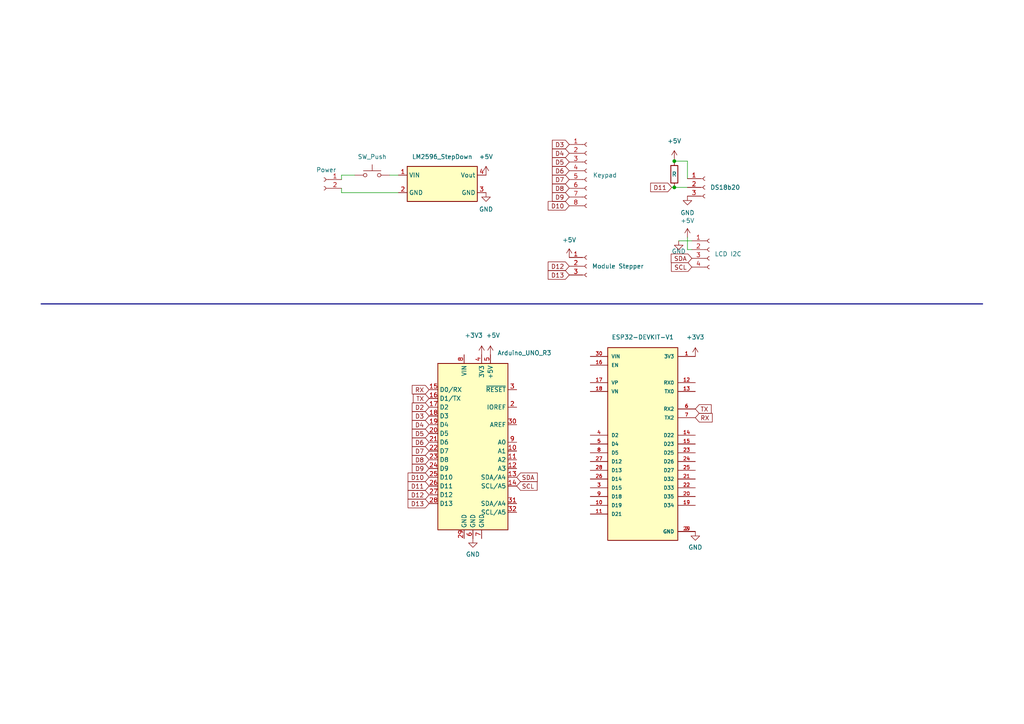
<source format=kicad_sch>
(kicad_sch (version 20211123) (generator eeschema)
  (paper "A4")
  (lib_symbols
    (symbol "Connector:Conn_01x02_Female" (pin_names (offset 1.016) hide)
      (property "Reference" "J" (at 0 2.54 0))
      (property "Value" "Conn_01x02_Female" (at 0 -5.08 0))
      (symbol "Conn_01x02_Female_1_1"
        (arc (start 0 -2.032) (mid -0.508 -2.54) (end 0 -3.048) (stroke (width 0.1524)))
        (polyline (pts (xy -1.27 -2.54) (xy -0.508 -2.54)) (stroke (width 0.1524)))
        (polyline (pts (xy -1.27 0) (xy -0.508 0)) (stroke (width 0.1524)))
        (arc (start 0 0.508) (mid -0.508 0) (end 0 -0.508) (stroke (width 0.1524)))
        (pin passive line (at -5.08 0 0) (length 3.81) (name "Pin_1") (number "1"))
        (pin passive line (at -5.08 -2.54 0) (length 3.81) (name "Pin_2") (number "2"))
      )
    )
    (symbol "Connector:Conn_01x03_Female" (pin_names (offset 1.016) hide)
      (property "Reference" "J" (at 0 5.08 0))
      (property "Value" "Conn_01x03_Female" (at 0 -5.08 0))
      (symbol "Conn_01x03_Female_1_1"
        (arc (start 0 -2.032) (mid -0.508 -2.54) (end 0 -3.048) (stroke (width 0.1524)))
        (polyline (pts (xy -1.27 -2.54) (xy -0.508 -2.54)) (stroke (width 0.1524)))
        (polyline (pts (xy -1.27 0) (xy -0.508 0)) (stroke (width 0.1524)))
        (polyline (pts (xy -1.27 2.54) (xy -0.508 2.54)) (stroke (width 0.1524)))
        (arc (start 0 0.508) (mid -0.508 0) (end 0 -0.508) (stroke (width 0.1524)))
        (arc (start 0 3.048) (mid -0.508 2.54) (end 0 2.032) (stroke (width 0.1524)))
        (pin passive line (at -5.08 2.54 0) (length 3.81) (name "Pin_1") (number "1"))
        (pin passive line (at -5.08 0 0) (length 3.81) (name "Pin_2") (number "2"))
        (pin passive line (at -5.08 -2.54 0) (length 3.81) (name "Pin_3") (number "3"))
      )
    )
    (symbol "Connector:Conn_01x04_Female" (pin_names (offset 1.016) hide)
      (property "Reference" "J" (at 0 5.08 0))
      (property "Value" "Conn_01x04_Female" (at 0 -7.62 0))
      (symbol "Conn_01x04_Female_1_1"
        (arc (start 0 -4.572) (mid -0.508 -5.08) (end 0 -5.588) (stroke (width 0.1524)))
        (arc (start 0 -2.032) (mid -0.508 -2.54) (end 0 -3.048) (stroke (width 0.1524)))
        (polyline (pts (xy -1.27 -5.08) (xy -0.508 -5.08)) (stroke (width 0.1524)))
        (polyline (pts (xy -1.27 -2.54) (xy -0.508 -2.54)) (stroke (width 0.1524)))
        (polyline (pts (xy -1.27 0) (xy -0.508 0)) (stroke (width 0.1524)))
        (polyline (pts (xy -1.27 2.54) (xy -0.508 2.54)) (stroke (width 0.1524)))
        (arc (start 0 0.508) (mid -0.508 0) (end 0 -0.508) (stroke (width 0.1524)))
        (arc (start 0 3.048) (mid -0.508 2.54) (end 0 2.032) (stroke (width 0.1524)))
        (pin passive line (at -5.08 2.54 0) (length 3.81) (name "Pin_1") (number "1"))
        (pin passive line (at -5.08 0 0) (length 3.81) (name "Pin_2") (number "2"))
        (pin passive line (at -5.08 -2.54 0) (length 3.81) (name "Pin_3") (number "3"))
        (pin passive line (at -5.08 -5.08 0) (length 3.81) (name "Pin_4") (number "4"))
      )
    )
    (symbol "Connector:Conn_01x08_Female" (pin_names (offset 1.016) hide)
      (property "Reference" "J" (at 0 10.16 0))
      (property "Value" "Conn_01x08_Female" (at 0 -12.7 0))
      (symbol "Conn_01x08_Female_1_1"
        (arc (start 0 -9.652) (mid -0.508 -10.16) (end 0 -10.668) (stroke (width 0.1524)))
        (arc (start 0 -7.112) (mid -0.508 -7.62) (end 0 -8.128) (stroke (width 0.1524)))
        (arc (start 0 -4.572) (mid -0.508 -5.08) (end 0 -5.588) (stroke (width 0.1524)))
        (arc (start 0 -2.032) (mid -0.508 -2.54) (end 0 -3.048) (stroke (width 0.1524)))
        (polyline (pts (xy -1.27 -10.16) (xy -0.508 -10.16)) (stroke (width 0.1524)))
        (polyline (pts (xy -1.27 -7.62) (xy -0.508 -7.62)) (stroke (width 0.1524)))
        (polyline (pts (xy -1.27 -5.08) (xy -0.508 -5.08)) (stroke (width 0.1524)))
        (polyline (pts (xy -1.27 -2.54) (xy -0.508 -2.54)) (stroke (width 0.1524)))
        (polyline (pts (xy -1.27 0) (xy -0.508 0)) (stroke (width 0.1524)))
        (polyline (pts (xy -1.27 2.54) (xy -0.508 2.54)) (stroke (width 0.1524)))
        (polyline (pts (xy -1.27 5.08) (xy -0.508 5.08)) (stroke (width 0.1524)))
        (polyline (pts (xy -1.27 7.62) (xy -0.508 7.62)) (stroke (width 0.1524)))
        (arc (start 0 0.508) (mid -0.508 0) (end 0 -0.508) (stroke (width 0.1524)))
        (arc (start 0 3.048) (mid -0.508 2.54) (end 0 2.032) (stroke (width 0.1524)))
        (arc (start 0 5.588) (mid -0.508 5.08) (end 0 4.572) (stroke (width 0.1524)))
        (arc (start 0 8.128) (mid -0.508 7.62) (end 0 7.112) (stroke (width 0.1524)))
        (pin passive line (at -5.08 7.62 0) (length 3.81) (name "Pin_1") (number "1"))
        (pin passive line (at -5.08 5.08 0) (length 3.81) (name "Pin_2") (number "2"))
        (pin passive line (at -5.08 2.54 0) (length 3.81) (name "Pin_3") (number "3"))
        (pin passive line (at -5.08 0 0) (length 3.81) (name "Pin_4") (number "4"))
        (pin passive line (at -5.08 -2.54 0) (length 3.81) (name "Pin_5") (number "5"))
        (pin passive line (at -5.08 -5.08 0) (length 3.81) (name "Pin_6") (number "6"))
        (pin passive line (at -5.08 -7.62 0) (length 3.81) (name "Pin_7") (number "7"))
        (pin passive line (at -5.08 -10.16 0) (length 3.81) (name "Pin_8") (number "8"))
      )
    )
    (symbol "Device:R" (pin_numbers hide) (pin_names (offset 0))
      (property "Reference" "R" (at 2.032 0 90))
      (property "Value" "R" (at 0 0 90))
      (symbol "R_0_1"
        (rectangle (start -1.016 -2.54) (end 1.016 2.54) (stroke (width 0.254)))
      )
      (symbol "R_1_1"
        (pin passive line (at 0 3.81 270) (length 1.27) (name "~") (number "1"))
        (pin passive line (at 0 -3.81 90) (length 1.27) (name "~") (number "2"))
      )
    )
    (symbol "ESP32-DEVKIT-V1:ESP32-DEVKIT-V1" (pin_names (offset 1.016))
      (property "Reference" "U" (at -10.16 30.48 0))
      (property "Value" "ESP32-DEVKIT-V1" (at -10.16 -30.48 0))
      (symbol "ESP32-DEVKIT-V1_0_0"
        (rectangle (start -10.16 -27.94) (end 10.16 27.94) (stroke (width 0.254)) (fill (type background)))
        (pin output line (at 15.24 25.4 180) (length 5.08) (name "3V3") (number "1"))
        (pin bidirectional line (at -15.24 -17.78 0) (length 5.08) (name "D19") (number "10"))
        (pin bidirectional line (at -15.24 -20.32 0) (length 5.08) (name "D21") (number "11"))
        (pin input line (at 15.24 17.78 180) (length 5.08) (name "RX0") (number "12"))
        (pin output line (at 15.24 15.24 180) (length 5.08) (name "TX0") (number "13"))
        (pin bidirectional line (at 15.24 2.54 180) (length 5.08) (name "D22") (number "14"))
        (pin bidirectional line (at 15.24 0 180) (length 5.08) (name "D23") (number "15"))
        (pin input line (at -15.24 22.86 0) (length 5.08) (name "EN") (number "16"))
        (pin bidirectional line (at -15.24 17.78 0) (length 5.08) (name "VP") (number "17"))
        (pin bidirectional line (at -15.24 15.24 0) (length 5.08) (name "VN") (number "18"))
        (pin bidirectional line (at 15.24 -17.78 180) (length 5.08) (name "D34") (number "19"))
        (pin power_in line (at 15.24 -25.4 180) (length 5.08) (name "GND") (number "2"))
        (pin bidirectional line (at 15.24 -15.24 180) (length 5.08) (name "D35") (number "20"))
        (pin bidirectional line (at 15.24 -10.16 180) (length 5.08) (name "D32") (number "21"))
        (pin bidirectional line (at 15.24 -12.7 180) (length 5.08) (name "D33") (number "22"))
        (pin bidirectional line (at 15.24 -2.54 180) (length 5.08) (name "D25") (number "23"))
        (pin bidirectional line (at 15.24 -5.08 180) (length 5.08) (name "D26") (number "24"))
        (pin bidirectional line (at 15.24 -7.62 180) (length 5.08) (name "D27") (number "25"))
        (pin bidirectional line (at -15.24 -10.16 0) (length 5.08) (name "D14") (number "26"))
        (pin bidirectional line (at -15.24 -5.08 0) (length 5.08) (name "D12") (number "27"))
        (pin bidirectional line (at -15.24 -7.62 0) (length 5.08) (name "D13") (number "28"))
        (pin power_in line (at 15.24 -25.4 180) (length 5.08) (name "GND") (number "29"))
        (pin bidirectional line (at -15.24 -12.7 0) (length 5.08) (name "D15") (number "3"))
        (pin input line (at -15.24 25.4 0) (length 5.08) (name "VIN") (number "30"))
        (pin bidirectional line (at -15.24 2.54 0) (length 5.08) (name "D2") (number "4"))
        (pin bidirectional line (at -15.24 0 0) (length 5.08) (name "D4") (number "5"))
        (pin input line (at 15.24 10.16 180) (length 5.08) (name "RX2") (number "6"))
        (pin output line (at 15.24 7.62 180) (length 5.08) (name "TX2") (number "7"))
        (pin bidirectional line (at -15.24 -2.54 0) (length 5.08) (name "D5") (number "8"))
        (pin bidirectional line (at -15.24 -15.24 0) (length 5.08) (name "D18") (number "9"))
      )
    )
    (symbol "LM2596:LM2596_StepDown"
      (property "Reference" "U" (at 0 0 0))
      (property "Value" "LM2596_StepDown" (at 0 6.35 0))
      (symbol "LM2596_StepDown_0_1"
        (rectangle (start -10.16 5.08) (end 10.16 -5.08) (stroke (width 0.254)) (fill (type background)))
      )
      (symbol "LM2596_StepDown_1_1"
        (pin power_in line (at -12.7 2.54 0) (length 2.54) (name "VIN") (number "1"))
        (pin input line (at -12.7 -2.54 0) (length 2.54) (name "GND") (number "2"))
        (pin output line (at 12.7 -2.54 180) (length 2.54) (name "GND") (number "3"))
        (pin input line (at 12.7 2.54 180) (length 2.54) (name "Vout") (number "4"))
      )
    )
    (symbol "MCU_Module:Arduino_UNO_R3"
      (property "Reference" "A" (at -10.16 23.495 0))
      (property "Value" "Arduino_UNO_R3" (at 5.08 -26.67 0))
      (symbol "Arduino_UNO_R3_0_1"
        (rectangle (start -10.16 22.86) (end 10.16 -25.4) (stroke (width 0.254)) (fill (type background)))
      )
      (symbol "Arduino_UNO_R3_1_1"
        (pin no_connect line (at -10.16 -20.32 0) (length 2.54) hide (name "NC") (number "1"))
        (pin bidirectional line (at 12.7 -2.54 180) (length 2.54) (name "A1") (number "10"))
        (pin bidirectional line (at 12.7 -5.08 180) (length 2.54) (name "A2") (number "11"))
        (pin bidirectional line (at 12.7 -7.62 180) (length 2.54) (name "A3") (number "12"))
        (pin bidirectional line (at 12.7 -10.16 180) (length 2.54) (name "SDA/A4") (number "13"))
        (pin bidirectional line (at 12.7 -12.7 180) (length 2.54) (name "SCL/A5") (number "14"))
        (pin bidirectional line (at -12.7 15.24 0) (length 2.54) (name "D0/RX") (number "15"))
        (pin bidirectional line (at -12.7 12.7 0) (length 2.54) (name "D1/TX") (number "16"))
        (pin bidirectional line (at -12.7 10.16 0) (length 2.54) (name "D2") (number "17"))
        (pin bidirectional line (at -12.7 7.62 0) (length 2.54) (name "D3") (number "18"))
        (pin bidirectional line (at -12.7 5.08 0) (length 2.54) (name "D4") (number "19"))
        (pin output line (at 12.7 10.16 180) (length 2.54) (name "IOREF") (number "2"))
        (pin bidirectional line (at -12.7 2.54 0) (length 2.54) (name "D5") (number "20"))
        (pin bidirectional line (at -12.7 0 0) (length 2.54) (name "D6") (number "21"))
        (pin bidirectional line (at -12.7 -2.54 0) (length 2.54) (name "D7") (number "22"))
        (pin bidirectional line (at -12.7 -5.08 0) (length 2.54) (name "D8") (number "23"))
        (pin bidirectional line (at -12.7 -7.62 0) (length 2.54) (name "D9") (number "24"))
        (pin bidirectional line (at -12.7 -10.16 0) (length 2.54) (name "D10") (number "25"))
        (pin bidirectional line (at -12.7 -12.7 0) (length 2.54) (name "D11") (number "26"))
        (pin bidirectional line (at -12.7 -15.24 0) (length 2.54) (name "D12") (number "27"))
        (pin bidirectional line (at -12.7 -17.78 0) (length 2.54) (name "D13") (number "28"))
        (pin power_in line (at -2.54 -27.94 90) (length 2.54) (name "GND") (number "29"))
        (pin input line (at 12.7 15.24 180) (length 2.54) (name "~{RESET}") (number "3"))
        (pin input line (at 12.7 5.08 180) (length 2.54) (name "AREF") (number "30"))
        (pin bidirectional line (at 12.7 -17.78 180) (length 2.54) (name "SDA/A4") (number "31"))
        (pin bidirectional line (at 12.7 -20.32 180) (length 2.54) (name "SCL/A5") (number "32"))
        (pin power_out line (at 2.54 25.4 270) (length 2.54) (name "3V3") (number "4"))
        (pin power_out line (at 5.08 25.4 270) (length 2.54) (name "+5V") (number "5"))
        (pin power_in line (at 0 -27.94 90) (length 2.54) (name "GND") (number "6"))
        (pin power_in line (at 2.54 -27.94 90) (length 2.54) (name "GND") (number "7"))
        (pin power_in line (at -2.54 25.4 270) (length 2.54) (name "VIN") (number "8"))
        (pin bidirectional line (at 12.7 0 180) (length 2.54) (name "A0") (number "9"))
      )
    )
    (symbol "Switch:SW_Push" (pin_numbers hide) (pin_names (offset 1.016) hide)
      (property "Reference" "SW" (at 1.27 2.54 0))
      (property "Value" "SW_Push" (at 0 -1.524 0))
      (symbol "SW_Push_0_1"
        (circle (center -2.032 0) (radius 0.508))
        (polyline (pts (xy 0 1.27) (xy 0 3.048)))
        (polyline (pts (xy 2.54 1.27) (xy -2.54 1.27)))
        (circle (center 2.032 0) (radius 0.508))
        (pin passive line (at -5.08 0 0) (length 2.54) (name "1") (number "1"))
        (pin passive line (at 5.08 0 180) (length 2.54) (name "2") (number "2"))
      )
    )
    (symbol "power:+3.3V" (power) (pin_names (offset 0))
      (property "Value" "+3.3V" (at 0 3.556 0))
      (symbol "+3.3V_0_1"
        (polyline (pts (xy -0.762 1.27) (xy 0 2.54)))
        (polyline (pts (xy 0 0) (xy 0 2.54)))
        (polyline (pts (xy 0 2.54) (xy 0.762 1.27)))
      )
      (symbol "+3.3V_1_1"
        (pin power_in line (at 0 0 90) (length 0) hide (name "+3V3") (number "1"))
      )
    )
    (symbol "power:+5V" (power) (pin_names (offset 0))
      (property "Value" "+5V" (at 0 3.556 0))
      (symbol "+5V_0_1"
        (polyline (pts (xy -0.762 1.27) (xy 0 2.54)))
        (polyline (pts (xy 0 0) (xy 0 2.54)))
        (polyline (pts (xy 0 2.54) (xy 0.762 1.27)))
      )
      (symbol "+5V_1_1"
        (pin power_in line (at 0 0 90) (length 0) hide (name "+5V") (number "1"))
      )
    )
    (symbol "power:GND" (power) (pin_names (offset 0))
      (property "Value" "GND" (at 0 -3.81 0))
      (symbol "GND_0_1"
        (polyline (pts (xy 0 0) (xy 0 -1.27) (xy 1.27 -1.27) (xy 0 -2.54) (xy -1.27 -1.27) (xy 0 -1.27)))
      )
      (symbol "GND_1_1"
        (pin power_in line (at 0 0 270) (length 0) hide (name "GND") (number "1"))
      )
    )
  )
  (junction (at 195.58 46.736))
  (junction (at 195.58 54.356))
  (wire (pts (xy 99.06 50.8) (xy 99.06 52.07)))
  (wire (pts (xy 99.06 55.88) (xy 115.57 55.88)))
  (wire (pts (xy 199.39 46.736) (xy 195.58 46.736)))
  (wire (pts (xy 194.818 54.356) (xy 195.58 54.356)))
  (wire (pts (xy 196.85 69.85) (xy 200.66 69.85)))
  (wire (pts (xy 102.87 50.8) (xy 99.06 50.8)))
  (wire (pts (xy 195.58 54.356) (xy 199.39 54.356)))
  (wire (pts (xy 113.03 50.8) (xy 115.57 50.8)))
  (wire (pts (xy 195.58 46.228) (xy 195.58 46.736)))
  (wire (pts (xy 199.39 72.39) (xy 199.39 68.834)))
  (wire (pts (xy 99.06 54.61) (xy 99.06 55.88)))
  (wire (pts (xy 200.66 72.39) (xy 199.39 72.39)))
  (wire (pts (xy 199.39 51.816) (xy 199.39 46.736)))
  (bus (pts (xy 11.938 88.138) (xy 284.988 88.138)))
  (global_label "D7" (shape input) (at 165.1 52.07 180) (property "Intersheet References" "${INTERSHEET_REFS}" (effects hide)))
  (global_label "SCL" (shape input) (at 149.86 140.97 0) (property "Intersheet References" "${INTERSHEET_REFS}" (effects hide)))
  (global_label "D11" (shape input) (at 124.46 140.97 180) (property "Intersheet References" "${INTERSHEET_REFS}" (effects hide)))
  (global_label "D6" (shape input) (at 124.46 128.27 180) (property "Intersheet References" "${INTERSHEET_REFS}" (effects hide)))
  (global_label "TX" (shape input) (at 201.676 118.618 0) (property "Intersheet References" "${INTERSHEET_REFS}" (effects hide)))
  (global_label "D12" (shape input) (at 124.46 143.51 180) (property "Intersheet References" "${INTERSHEET_REFS}" (effects hide)))
  (global_label "RX" (shape input) (at 124.46 113.03 180) (property "Intersheet References" "${INTERSHEET_REFS}" (effects hide)))
  (global_label "D3" (shape input) (at 165.1 41.91 180) (property "Intersheet References" "${INTERSHEET_REFS}" (effects hide)))
  (global_label "D3" (shape input) (at 124.46 120.65 180) (property "Intersheet References" "${INTERSHEET_REFS}" (effects hide)))
  (global_label "D5" (shape input) (at 165.1 46.99 180) (property "Intersheet References" "${INTERSHEET_REFS}" (effects hide)))
  (global_label "D8" (shape input) (at 124.46 133.35 180) (property "Intersheet References" "${INTERSHEET_REFS}" (effects hide)))
  (global_label "D12" (shape input) (at 165.1 77.216 180) (property "Intersheet References" "${INTERSHEET_REFS}" (effects hide)))
  (global_label "D13" (shape input) (at 165.1 79.756 180) (property "Intersheet References" "${INTERSHEET_REFS}" (effects hide)))
  (global_label "D6" (shape input) (at 165.1 49.53 180) (property "Intersheet References" "${INTERSHEET_REFS}" (effects hide)))
  (global_label "D9" (shape input) (at 165.1 57.15 180) (property "Intersheet References" "${INTERSHEET_REFS}" (effects hide)))
  (global_label "D5" (shape input) (at 124.46 125.73 180) (property "Intersheet References" "${INTERSHEET_REFS}" (effects hide)))
  (global_label "SDA" (shape input) (at 149.86 138.43 0) (property "Intersheet References" "${INTERSHEET_REFS}" (effects hide)))
  (global_label "D7" (shape input) (at 124.46 130.81 180) (property "Intersheet References" "${INTERSHEET_REFS}" (effects hide)))
  (global_label "D4" (shape input) (at 165.1 44.45 180) (property "Intersheet References" "${INTERSHEET_REFS}" (effects hide)))
  (global_label "D9" (shape input) (at 124.46 135.89 180) (property "Intersheet References" "${INTERSHEET_REFS}" (effects hide)))
  (global_label "RX" (shape input) (at 201.676 121.158 0) (property "Intersheet References" "${INTERSHEET_REFS}" (effects hide)))
  (global_label "SDA" (shape input) (at 200.66 74.93 180) (property "Intersheet References" "${INTERSHEET_REFS}" (effects hide)))
  (global_label "D11" (shape input) (at 194.818 54.356 180) (property "Intersheet References" "${INTERSHEET_REFS}" (effects hide)))
  (global_label "D10" (shape input) (at 124.46 138.43 180) (property "Intersheet References" "${INTERSHEET_REFS}" (effects hide)))
  (global_label "D4" (shape input) (at 124.46 123.19 180) (property "Intersheet References" "${INTERSHEET_REFS}" (effects hide)))
  (global_label "TX" (shape input) (at 124.46 115.57 180) (property "Intersheet References" "${INTERSHEET_REFS}" (effects hide)))
  (global_label "D2" (shape input) (at 124.46 118.11 180) (property "Intersheet References" "${INTERSHEET_REFS}" (effects hide)))
  (global_label "D13" (shape input) (at 124.46 146.05 180) (property "Intersheet References" "${INTERSHEET_REFS}" (effects hide)))
  (global_label "D8" (shape input) (at 165.1 54.61 180) (property "Intersheet References" "${INTERSHEET_REFS}" (effects hide)))
  (global_label "D10" (shape input) (at 165.1 59.69 180) (property "Intersheet References" "${INTERSHEET_REFS}" (effects hide)))
  (global_label "SCL" (shape input) (at 200.66 77.47 180) (property "Intersheet References" "${INTERSHEET_REFS}" (effects hide)))
  (symbol (lib_id "power:+5V") (at 199.39 68.834 0) (unit 1)
    (property "Reference" "#PWR0104" (effects hide))
    (property "Value" "+5V" (at 199.39 64.008 0))
  )
  (symbol (lib_id "power:+5V") (at 140.97 50.8 0) (unit 1)
    (property "Reference" "#PWR0111" (effects hide))
    (property "Value" "+5V" (at 140.97 45.466 0))
  )
  (symbol (lib_id "Connector:Conn_01x03_Female") (at 170.18 77.216 0) (unit 1)
    (property "Reference" "J3" (effects hide))
    (property "Value" "Module Stepper" (at 171.704 77.2159 0) (effects (justify left)))
    (property "Footprint" "Connector_PinSocket_2.54mm:PinSocket_1x03_P2.54mm_Vertical" (effects hide))
  )
  (symbol (lib_id "power:+5V") (at 195.58 46.228 0) (unit 1)
    (property "Reference" "#PWR0106" (effects hide))
    (property "Value" "+5V" (at 195.58 40.894 0))
  )
  (symbol (lib_id "power:+3.3V") (at 201.676 103.378 0) (unit 1)
    (property "Reference" "#PWR0101" (effects hide))
    (property "Value" "+3.3V" (at 201.676 97.79 0))
  )
  (symbol (lib_id "Device:R") (at 195.58 50.546 0) (unit 1)
    (property "Reference" "R1" (effects hide))
    (property "Value" "R" (at 194.818 50.546 0) (effects (justify left)))
    (property "Footprint" "Resistor_THT:R_Axial_DIN0207_L6.3mm_D2.5mm_P10.16mm_Horizontal" (effects hide))
  )
  (symbol (lib_id "power:+3.3V") (at 139.7 102.87 0) (unit 1)
    (property "Reference" "#PWR0110" (effects hide))
    (property "Value" "+3.3V" (at 137.414 97.282 0))
  )
  (symbol (lib_id "Connector:Conn_01x02_Female") (at 93.98 52.07 0) (mirror y) (unit 1)
    (property "Reference" "J1" (effects hide))
    (property "Value" "Power" (at 94.615 49.276 0))
    (property "Footprint" "Connector_TerminalBloks:TE_282837-2" (effects hide))
  )
  (symbol (lib_id "LM2596:LM2596_StepDown") (at 128.27 53.34 0) (unit 1)
    (property "Reference" "U1" (effects hide))
    (property "Value" "LM2596_StepDown" (at 128.27 45.466 0))
    (property "Footprint" "LM2596:StepDown_LM2596" (effects hide))
  )
  (symbol (lib_id "Switch:SW_Push") (at 107.95 50.8 0) (unit 1)
    (property "Reference" "SW1" (effects hide))
    (property "Value" "SW_Push" (at 107.95 45.466 0))
    (property "Footprint" "Connector_TerminalBloks:TE_282837-2" (effects hide))
  )
  (symbol (lib_id "power:GND") (at 140.97 55.88 0) (unit 1)
    (property "Reference" "#PWR0112" (effects hide))
    (property "Value" "GND" (at 140.97 60.706 0))
  )
  (symbol (lib_id "power:GND") (at 196.85 69.85 0) (unit 1)
    (property "Reference" "#PWR0105" (effects hide))
    (property "Value" "GND" (at 196.85 72.898 0))
  )
  (symbol (lib_id "power:GND") (at 201.676 154.178 0) (unit 1)
    (property "Reference" "#PWR0102" (effects hide))
    (property "Value" "GND" (at 201.676 158.75 0))
  )
  (symbol (lib_id "ESP32-DEVKIT-V1:ESP32-DEVKIT-V1") (at 186.436 128.778 0) (unit 1)
    (property "Reference" "U2" (effects hide))
    (property "Value" "ESP32-DEVKIT-V1" (at 186.436 97.79 0))
    (property "Footprint" "ESP32 devkit 1:MODULE_ESP32_DEVKIT_V1" (effects hide))
    (property "STANDARD" "Manufacturer Recommendations" (effects hide))
    (property "MANUFACTURER" "DOIT" (effects hide))
    (property "PARTREV" "N/A" (effects hide))
    (property "MAXIMUM_PACKAGE_HEIGHT" "6.8 mm" (effects hide))
  )
  (symbol (lib_id "Connector:Conn_01x04_Female") (at 205.74 72.39 0) (unit 1)
    (property "Reference" "J5" (effects hide))
    (property "Value" "LCD I2C" (at 207.264 73.6599 0) (effects (justify left)))
    (property "Footprint" "Connector_PinSocket_2.54mm:PinSocket_1x04_P2.54mm_Vertical" (effects hide))
  )
  (symbol (lib_id "MCU_Module:Arduino_UNO_R3") (at 137.16 128.27 0) (unit 1)
    (property "Reference" "A1" (effects hide))
    (property "Value" "Arduino_UNO_R3" (at 144.2594 102.362 0) (effects (justify left)))
    (property "Footprint" "Module:Arduino_UNO_R3" (effects hide))
    (property "Datasheet" "https://www.arduino.cc/en/Main/arduinoBoardUno" (effects hide))
  )
  (symbol (lib_id "power:+5V") (at 165.1 74.676 0) (unit 1)
    (property "Reference" "#PWR0108" (effects hide))
    (property "Value" "+5V" (at 165.1 69.596 0))
  )
  (symbol (lib_id "Connector:Conn_01x03_Female") (at 204.47 54.356 0) (unit 1)
    (property "Reference" "J4" (effects hide))
    (property "Value" "DS18b20" (at 205.994 54.3559 0) (effects (justify left)))
    (property "Footprint" "Connector_PinSocket_2.54mm:PinSocket_1x03_P2.54mm_Vertical" (effects hide))
  )
  (symbol (lib_id "power:GND") (at 137.16 156.21 0) (unit 1)
    (property "Reference" "#PWR0103" (effects hide))
    (property "Value" "GND" (at 137.16 160.782 0))
  )
  (symbol (lib_id "Connector:Conn_01x08_Female") (at 170.18 49.53 0) (unit 1)
    (property "Reference" "J2" (effects hide))
    (property "Value" "Keypad" (at 171.958 50.7999 0) (effects (justify left)))
    (property "Footprint" "Connector_PinSocket_2.54mm:PinSocket_1x08_P2.54mm_Vertical" (effects hide))
  )
  (symbol (lib_id "power:GND") (at 199.39 56.896 0) (unit 1)
    (property "Reference" "#PWR0107" (effects hide))
    (property "Value" "GND" (at 199.39 61.722 0))
  )
  (symbol (lib_id "power:+5V") (at 142.24 102.87 0) (unit 1)
    (property "Reference" "#PWR0109" (effects hide))
    (property "Value" "+5V" (at 143.002 97.282 0))
  )
)
</source>
